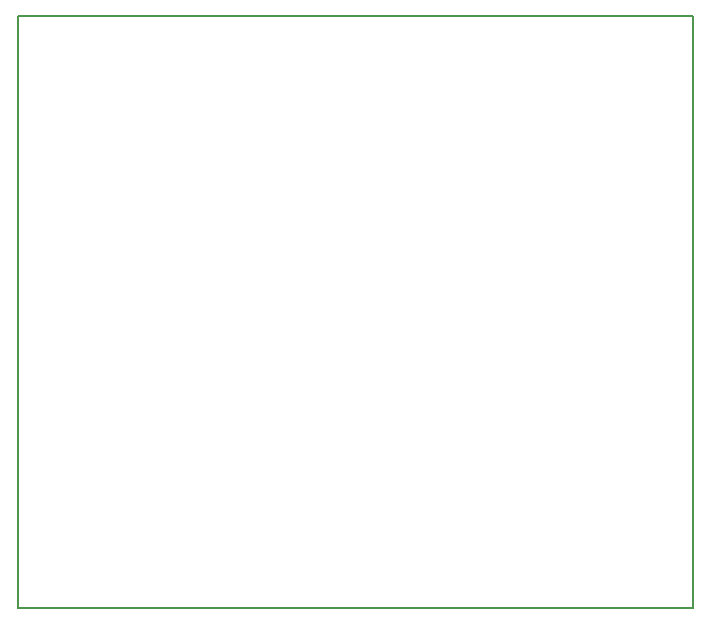
<source format=gbr>
G04 #@! TF.FileFunction,Profile,NP*
%FSLAX46Y46*%
G04 Gerber Fmt 4.6, Leading zero omitted, Abs format (unit mm)*
G04 Created by KiCad (PCBNEW 4.0.3-stable) date 10/09/16 09:38:23*
%MOMM*%
%LPD*%
G01*
G04 APERTURE LIST*
%ADD10C,0.100000*%
%ADD11C,0.150000*%
G04 APERTURE END LIST*
D10*
D11*
X111125000Y-36830000D02*
X53975000Y-36830000D01*
X111125000Y-86995000D02*
X111125000Y-36830000D01*
X53975000Y-86995000D02*
X111125000Y-86995000D01*
X53975000Y-36830000D02*
X53975000Y-86995000D01*
M02*

</source>
